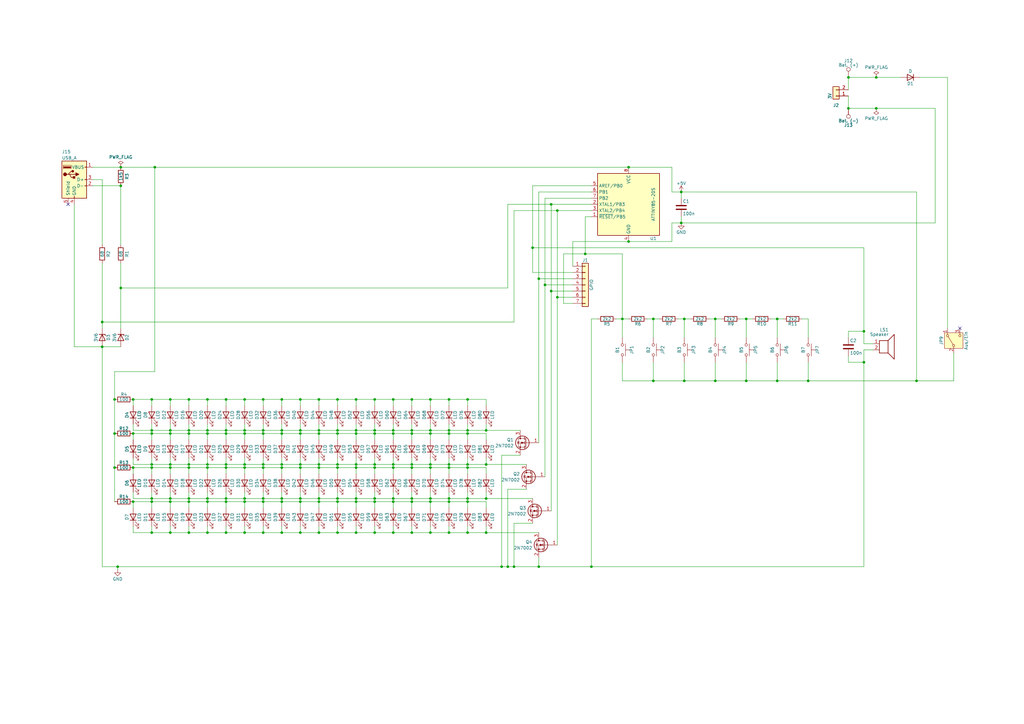
<source format=kicad_sch>
(kicad_sch (version 20231120) (generator "eeschema") (generator_version "8.0")
  (paper "A3")
  (title_block (title "ZeTeCo Badge 2017") (date "14.06.2017"))
  (junction (at 69.85 191.77))
  (junction (at 168.91 177.8))
  (junction (at 130.81 218.44))
  (junction (at 107.95 218.44))
  (junction (at 49.53 76.2))
  (junction (at 69.85 204.47))
  (junction (at 184.15 190.5))
  (junction (at 354.33 135.89))
  (junction (at 168.91 191.77))
  (junction (at 153.67 177.8))
  (junction (at 130.81 176.53))
  (junction (at 184.15 218.44))
  (junction (at 41.91 132.08))
  (junction (at 107.95 163.83))
  (junction (at 168.91 163.83))
  (junction (at 153.67 191.77))
  (junction (at 100.33 163.83))
  (junction (at 176.53 177.8))
  (junction (at 306.07 156.21))
  (junction (at 146.05 218.44))
  (junction (at 62.23 163.83))
  (junction (at 267.97 156.21))
  (junction (at 153.67 190.5))
  (junction (at 123.19 205.74))
  (junction (at 115.57 190.5))
  (junction (at 280.67 130.81))
  (junction (at 161.29 176.53))
  (junction (at 138.43 163.83))
  (junction (at 77.47 191.77))
  (junction (at 92.71 163.83))
  (junction (at 280.67 156.21))
  (junction (at 218.44 101.6))
  (junction (at 161.29 191.77))
  (junction (at 130.81 205.74))
  (junction (at 168.91 218.44))
  (junction (at 146.05 205.74))
  (junction (at 69.85 205.74))
  (junction (at 54.61 177.8))
  (junction (at 138.43 191.77))
  (junction (at 184.15 204.47))
  (junction (at 130.81 163.83))
  (junction (at 176.53 163.83))
  (junction (at 100.33 190.5))
  (junction (at 153.67 204.47))
  (junction (at 107.95 191.77))
  (junction (at 92.71 218.44))
  (junction (at 85.09 204.47))
  (junction (at 92.71 190.5))
  (junction (at 69.85 163.83))
  (junction (at 257.81 99.06))
  (junction (at 191.77 176.53))
  (junction (at 41.91 142.24))
  (junction (at 138.43 177.8))
  (junction (at 146.05 204.47))
  (junction (at 199.39 204.47))
  (junction (at 54.61 205.74))
  (junction (at 49.53 68.58))
  (junction (at 184.15 177.8))
  (junction (at 107.95 176.53))
  (junction (at 331.47 156.21))
  (junction (at 318.77 156.21))
  (junction (at 267.97 130.81))
  (junction (at 85.09 177.8))
  (junction (at 161.29 204.47))
  (junction (at 123.19 191.77))
  (junction (at 279.4 91.44))
  (junction (at 191.77 205.74))
  (junction (at 205.74 232.41))
  (junction (at 69.85 190.5))
  (junction (at 107.95 204.47))
  (junction (at 46.99 191.77))
  (junction (at 115.57 191.77))
  (junction (at 191.77 177.8))
  (junction (at 77.47 205.74))
  (junction (at 92.71 191.77))
  (junction (at 46.99 177.8))
  (junction (at 100.33 177.8))
  (junction (at 153.67 218.44))
  (junction (at 107.95 177.8))
  (junction (at 62.23 177.8))
  (junction (at 115.57 163.83))
  (junction (at 176.53 190.5))
  (junction (at 293.37 156.21))
  (junction (at 168.91 205.74))
  (junction (at 63.5 68.58))
  (junction (at 168.91 190.5))
  (junction (at 242.57 232.41))
  (junction (at 77.47 176.53))
  (junction (at 146.05 163.83))
  (junction (at 138.43 190.5))
  (junction (at 138.43 204.47))
  (junction (at 92.71 205.74))
  (junction (at 130.81 191.77))
  (junction (at 347.98 44.45))
  (junction (at 168.91 176.53))
  (junction (at 77.47 218.44))
  (junction (at 146.05 176.53))
  (junction (at 375.92 156.21))
  (junction (at 69.85 218.44))
  (junction (at 115.57 177.8))
  (junction (at 184.15 176.53))
  (junction (at 62.23 191.77))
  (junction (at 69.85 177.8))
  (junction (at 138.43 218.44))
  (junction (at 146.05 191.77))
  (junction (at 191.77 190.5))
  (junction (at 130.81 190.5))
  (junction (at 191.77 163.83))
  (junction (at 153.67 205.74))
  (junction (at 100.33 218.44))
  (junction (at 191.77 218.44))
  (junction (at 226.06 83.82))
  (junction (at 176.53 205.74))
  (junction (at 176.53 191.77))
  (junction (at 279.4 78.74))
  (junction (at 69.85 176.53))
  (junction (at 199.39 190.5))
  (junction (at 184.15 205.74))
  (junction (at 100.33 191.77))
  (junction (at 130.81 177.8))
  (junction (at 306.07 130.81))
  (junction (at 85.09 205.74))
  (junction (at 100.33 176.53))
  (junction (at 85.09 163.83))
  (junction (at 77.47 204.47))
  (junction (at 123.19 190.5))
  (junction (at 48.26 232.41))
  (junction (at 240.03 104.14))
  (junction (at 138.43 205.74))
  (junction (at 115.57 204.47))
  (junction (at 92.71 176.53))
  (junction (at 54.61 191.77))
  (junction (at 85.09 190.5))
  (junction (at 100.33 205.74))
  (junction (at 228.6 121.92))
  (junction (at 161.29 190.5))
  (junction (at 293.37 130.81))
  (junction (at 226.06 119.38))
  (junction (at 77.47 163.83))
  (junction (at 115.57 176.53))
  (junction (at 62.23 176.53))
  (junction (at 347.98 31.75))
  (junction (at 191.77 204.47))
  (junction (at 100.33 204.47))
  (junction (at 123.19 177.8))
  (junction (at 146.05 177.8))
  (junction (at 228.6 86.36))
  (junction (at 85.09 218.44))
  (junction (at 318.77 130.81))
  (junction (at 77.47 190.5))
  (junction (at 92.71 204.47))
  (junction (at 77.47 177.8))
  (junction (at 161.29 218.44))
  (junction (at 85.09 191.77))
  (junction (at 354.33 148.59))
  (junction (at 130.81 204.47))
  (junction (at 115.57 205.74))
  (junction (at 223.52 116.84))
  (junction (at 46.99 163.83))
  (junction (at 107.95 205.74))
  (junction (at 146.05 190.5))
  (junction (at 49.53 118.11))
  (junction (at 220.98 232.41))
  (junction (at 123.19 204.47))
  (junction (at 62.23 190.5))
  (junction (at 168.91 204.47))
  (junction (at 62.23 218.44))
  (junction (at 138.43 176.53))
  (junction (at 161.29 163.83))
  (junction (at 92.71 177.8))
  (junction (at 210.82 232.41))
  (junction (at 123.19 176.53))
  (junction (at 359.41 44.45))
  (junction (at 153.67 176.53))
  (junction (at 208.28 232.41))
  (junction (at 153.67 163.83))
  (junction (at 161.29 177.8))
  (junction (at 220.98 114.3))
  (junction (at 199.39 176.53))
  (junction (at 255.27 130.81))
  (junction (at 115.57 218.44))
  (junction (at 199.39 218.44))
  (junction (at 184.15 163.83))
  (junction (at 85.09 176.53))
  (junction (at 62.23 205.74))
  (junction (at 123.19 218.44))
  (junction (at 176.53 218.44))
  (junction (at 62.23 204.47))
  (junction (at 257.81 68.58))
  (junction (at 191.77 191.77))
  (junction (at 184.15 191.77))
  (junction (at 123.19 163.83))
  (junction (at 359.41 31.75))
  (junction (at 176.53 176.53))
  (junction (at 161.29 205.74))
  (junction (at 176.53 204.47))
  (junction (at 54.61 163.83))
  (junction (at 107.95 190.5))
  (no_connect (at 393.7 134.62))
  (no_connect (at 27.94 83.82))
  (wire (pts (xy 54.61 177.8) (xy 54.61 180.34)))
  (wire (pts (xy 46.99 163.83) (xy 46.99 152.4)))
  (wire (pts (xy 92.71 215.9) (xy 92.71 218.44)))
  (wire (pts (xy 146.05 194.31) (xy 146.05 191.77)))
  (wire (pts (xy 191.77 187.96) (xy 191.77 190.5)))
  (wire (pts (xy 231.14 104.14) (xy 240.03 104.14)))
  (wire (pts (xy 115.57 215.9) (xy 115.57 218.44)))
  (wire (pts (xy 100.33 176.53) (xy 107.95 176.53)))
  (wire (pts (xy 293.37 130.81) (xy 295.91 130.81)))
  (wire (pts (xy 153.67 205.74) (xy 146.05 205.74)))
  (wire (pts (xy 92.71 163.83) (xy 100.33 163.83)))
  (wire (pts (xy 138.43 187.96) (xy 138.43 190.5)))
  (wire (pts (xy 153.67 191.77) (xy 146.05 191.77)))
  (wire (pts (xy 115.57 205.74) (xy 107.95 205.74)))
  (wire (pts (xy 220.98 78.74) (xy 242.57 78.74)))
  (wire (pts (xy 100.33 194.31) (xy 100.33 191.77)))
  (wire (pts (xy 62.23 187.96) (xy 62.23 190.5)))
  (wire (pts (xy 184.15 176.53) (xy 191.77 176.53)))
  (wire (pts (xy 69.85 177.8) (xy 62.23 177.8)))
  (wire (pts (xy 176.53 205.74) (xy 168.91 205.74)))
  (wire (pts (xy 115.57 166.37) (xy 115.57 163.83)))
  (wire (pts (xy 92.71 190.5) (xy 100.33 190.5)))
  (wire (pts (xy 69.85 205.74) (xy 62.23 205.74)))
  (wire (pts (xy 306.07 156.21) (xy 318.77 156.21)))
  (wire (pts (xy 100.33 187.96) (xy 100.33 190.5)))
  (wire (pts (xy 168.91 205.74) (xy 161.29 205.74)))
  (wire (pts (xy 220.98 114.3) (xy 220.98 78.74)))
  (wire (pts (xy 123.19 190.5) (xy 130.81 190.5)))
  (wire (pts (xy 85.09 194.31) (xy 85.09 191.77)))
  (wire (pts (xy 290.83 130.81) (xy 293.37 130.81)))
  (wire (pts (xy 49.53 107.95) (xy 49.53 118.11)))
  (wire (pts (xy 49.53 134.62) (xy 49.53 118.11)))
  (wire (pts (xy 240.03 88.9) (xy 240.03 104.14)))
  (wire (pts (xy 54.61 218.44) (xy 62.23 218.44)))
  (wire (pts (xy 41.91 134.62) (xy 41.91 132.08)))
  (wire (pts (xy 191.77 201.93) (xy 191.77 204.47)))
  (wire (pts (xy 85.09 205.74) (xy 77.47 205.74)))
  (wire (pts (xy 234.95 114.3) (xy 220.98 114.3)))
  (wire (pts (xy 138.43 176.53) (xy 146.05 176.53)))
  (wire (pts (xy 115.57 187.96) (xy 115.57 190.5)))
  (wire (pts (xy 107.95 163.83) (xy 115.57 163.83)))
  (wire (pts (xy 92.71 166.37) (xy 92.71 163.83)))
  (wire (pts (xy 77.47 218.44) (xy 85.09 218.44)))
  (wire (pts (xy 138.43 190.5) (xy 146.05 190.5)))
  (wire (pts (xy 208.28 232.41) (xy 205.74 232.41)))
  (wire (pts (xy 210.82 132.08) (xy 210.82 86.36)))
  (wire (pts (xy 85.09 180.34) (xy 85.09 177.8)))
  (wire (pts (xy 168.91 194.31) (xy 168.91 191.77)))
  (wire (pts (xy 100.33 180.34) (xy 100.33 177.8)))
  (wire (pts (xy 100.33 190.5) (xy 107.95 190.5)))
  (wire (pts (xy 85.09 201.93) (xy 85.09 204.47)))
  (wire (pts (xy 77.47 194.31) (xy 77.47 191.77)))
  (wire (pts (xy 92.71 176.53) (xy 100.33 176.53)))
  (wire (pts (xy 168.91 187.96) (xy 168.91 190.5)))
  (wire (pts (xy 347.98 31.75) (xy 347.98 36.83)))
  (wire (pts (xy 223.52 116.84) (xy 223.52 195.58)))
  (wire (pts (xy 100.33 218.44) (xy 107.95 218.44)))
  (wire (pts (xy 146.05 205.74) (xy 138.43 205.74)))
  (wire (pts (xy 130.81 187.96) (xy 130.81 190.5)))
  (wire (pts (xy 85.09 163.83) (xy 92.71 163.83)))
  (wire (pts (xy 318.77 148.59) (xy 318.77 156.21)))
  (wire (pts (xy 255.27 156.21) (xy 267.97 156.21)))
  (wire (pts (xy 161.29 187.96) (xy 161.29 190.5)))
  (wire (pts (xy 107.95 176.53) (xy 115.57 176.53)))
  (wire (pts (xy 199.39 204.47) (xy 199.39 201.93)))
  (wire (pts (xy 255.27 148.59) (xy 255.27 156.21)))
  (wire (pts (xy 242.57 232.41) (xy 220.98 232.41)))
  (wire (pts (xy 107.95 177.8) (xy 100.33 177.8)))
  (wire (pts (xy 213.36 186.69) (xy 205.74 186.69)))
  (wire (pts (xy 130.81 163.83) (xy 138.43 163.83)))
  (wire (pts (xy 234.95 124.46) (xy 231.14 124.46)))
  (wire (pts (xy 123.19 176.53) (xy 130.81 176.53)))
  (wire (pts (xy 30.48 83.82) (xy 30.48 142.24)))
  (wire (pts (xy 161.29 190.5) (xy 168.91 190.5)))
  (wire (pts (xy 85.09 166.37) (xy 85.09 163.83)))
  (wire (pts (xy 130.81 205.74) (xy 123.19 205.74)))
  (wire (pts (xy 54.61 163.83) (xy 54.61 166.37)))
  (wire (pts (xy 354.33 101.6) (xy 354.33 135.89)))
  (wire (pts (xy 115.57 163.83) (xy 123.19 163.83)))
  (wire (pts (xy 278.13 130.81) (xy 280.67 130.81)))
  (wire (pts (xy 100.33 166.37) (xy 100.33 163.83)))
  (wire (pts (xy 41.91 132.08) (xy 210.82 132.08)))
  (wire (pts (xy 123.19 218.44) (xy 130.81 218.44)))
  (wire (pts (xy 280.67 156.21) (xy 293.37 156.21)))
  (wire (pts (xy 168.91 163.83) (xy 176.53 163.83)))
  (wire (pts (xy 115.57 190.5) (xy 123.19 190.5)))
  (wire (pts (xy 293.37 130.81) (xy 293.37 138.43)))
  (wire (pts (xy 77.47 177.8) (xy 69.85 177.8)))
  (wire (pts (xy 130.81 204.47) (xy 138.43 204.47)))
  (wire (pts (xy 161.29 218.44) (xy 168.91 218.44)))
  (wire (pts (xy 168.91 176.53) (xy 176.53 176.53)))
  (wire (pts (xy 168.91 177.8) (xy 161.29 177.8)))
  (wire (pts (xy 161.29 194.31) (xy 161.29 191.77)))
  (wire (pts (xy 123.19 173.99) (xy 123.19 176.53)))
  (wire (pts (xy 130.81 208.28) (xy 130.81 205.74)))
  (wire (pts (xy 92.71 218.44) (xy 100.33 218.44)))
  (wire (pts (xy 69.85 201.93) (xy 69.85 204.47)))
  (wire (pts (xy 62.23 163.83) (xy 69.85 163.83)))
  (wire (pts (xy 153.67 166.37) (xy 153.67 163.83)))
  (wire (pts (xy 115.57 201.93) (xy 115.57 204.47)))
  (wire (pts (xy 130.81 201.93) (xy 130.81 204.47)))
  (wire (pts (xy 107.95 191.77) (xy 100.33 191.77)))
  (wire (pts (xy 130.81 177.8) (xy 123.19 177.8)))
  (wire (pts (xy 92.71 194.31) (xy 92.71 191.77)))
  (wire (pts (xy 100.33 204.47) (xy 107.95 204.47)))
  (wire (pts (xy 234.95 119.38) (xy 226.06 119.38)))
  (wire (pts (xy 85.09 208.28) (xy 85.09 205.74)))
  (wire (pts (xy 92.71 191.77) (xy 85.09 191.77)))
  (wire (pts (xy 168.91 166.37) (xy 168.91 163.83)))
  (wire (pts (xy 123.19 166.37) (xy 123.19 163.83)))
  (wire (pts (xy 107.95 173.99) (xy 107.95 176.53)))
  (wire (pts (xy 375.92 156.21) (xy 391.16 156.21)))
  (wire (pts (xy 176.53 180.34) (xy 176.53 177.8)))
  (wire (pts (xy 146.05 166.37) (xy 146.05 163.83)))
  (wire (pts (xy 257.81 99.06) (xy 275.59 99.06)))
  (wire (pts (xy 77.47 173.99) (xy 77.47 176.53)))
  (wire (pts (xy 85.09 173.99) (xy 85.09 176.53)))
  (wire (pts (xy 146.05 180.34) (xy 146.05 177.8)))
  (wire (pts (xy 107.95 201.93) (xy 107.95 204.47)))
  (wire (pts (xy 49.53 68.58) (xy 38.1 68.58)))
  (wire (pts (xy 107.95 215.9) (xy 107.95 218.44)))
  (wire (pts (xy 231.14 124.46) (xy 231.14 104.14)))
  (wire (pts (xy 161.29 215.9) (xy 161.29 218.44)))
  (wire (pts (xy 252.73 130.81) (xy 255.27 130.81)))
  (wire (pts (xy 69.85 176.53) (xy 77.47 176.53)))
  (wire (pts (xy 226.06 83.82) (xy 226.06 119.38)))
  (wire (pts (xy 62.23 218.44) (xy 69.85 218.44)))
  (wire (pts (xy 168.91 180.34) (xy 168.91 177.8)))
  (wire (pts (xy 176.53 208.28) (xy 176.53 205.74)))
  (wire (pts (xy 383.54 44.45) (xy 383.54 91.44)))
  (wire (pts (xy 184.15 190.5) (xy 191.77 190.5)))
  (wire (pts (xy 184.15 201.93) (xy 184.15 204.47)))
  (wire (pts (xy 69.85 173.99) (xy 69.85 176.53)))
  (wire (pts (xy 218.44 101.6) (xy 218.44 111.76)))
  (wire (pts (xy 123.19 194.31) (xy 123.19 191.77)))
  (wire (pts (xy 153.67 190.5) (xy 161.29 190.5)))
  (wire (pts (xy 130.81 191.77) (xy 123.19 191.77)))
  (wire (pts (xy 228.6 86.36) (xy 242.57 86.36)))
  (wire (pts (xy 130.81 215.9) (xy 130.81 218.44)))
  (wire (pts (xy 85.09 218.44) (xy 92.71 218.44)))
  (wire (pts (xy 130.81 190.5) (xy 138.43 190.5)))
  (wire (pts (xy 331.47 156.21) (xy 375.92 156.21)))
  (wire (pts (xy 275.59 78.74) (xy 279.4 78.74)))
  (wire (pts (xy 41.91 73.66) (xy 41.91 100.33)))
  (wire (pts (xy 62.23 177.8) (xy 54.61 177.8)))
  (wire (pts (xy 199.39 176.53) (xy 213.36 176.53)))
  (wire (pts (xy 245.11 130.81) (xy 242.57 130.81)))
  (wire (pts (xy 153.67 201.93) (xy 153.67 204.47)))
  (wire (pts (xy 176.53 177.8) (xy 168.91 177.8)))
  (wire (pts (xy 359.41 44.45) (xy 383.54 44.45)))
  (wire (pts (xy 226.06 119.38) (xy 226.06 209.55)))
  (wire (pts (xy 62.23 191.77) (xy 54.61 191.77)))
  (wire (pts (xy 115.57 218.44) (xy 123.19 218.44)))
  (wire (pts (xy 77.47 190.5) (xy 85.09 190.5)))
  (wire (pts (xy 138.43 201.93) (xy 138.43 204.47)))
  (wire (pts (xy 354.33 232.41) (xy 354.33 148.59)))
  (wire (pts (xy 318.77 130.81) (xy 321.31 130.81)))
  (wire (pts (xy 210.82 86.36) (xy 228.6 86.36)))
  (wire (pts (xy 107.95 166.37) (xy 107.95 163.83)))
  (wire (pts (xy 77.47 166.37) (xy 77.47 163.83)))
  (wire (pts (xy 279.4 78.74) (xy 375.92 78.74)))
  (wire (pts (xy 69.85 191.77) (xy 62.23 191.77)))
  (wire (pts (xy 242.57 130.81) (xy 242.57 232.41)))
  (wire (pts (xy 115.57 177.8) (xy 107.95 177.8)))
  (wire (pts (xy 279.4 91.44) (xy 275.59 91.44)))
  (wire (pts (xy 331.47 130.81) (xy 328.93 130.81)))
  (wire (pts (xy 146.05 218.44) (xy 153.67 218.44)))
  (wire (pts (xy 69.85 208.28) (xy 69.85 205.74)))
  (wire (pts (xy 228.6 86.36) (xy 228.6 121.92)))
  (wire (pts (xy 146.05 208.28) (xy 146.05 205.74)))
  (wire (pts (xy 354.33 148.59) (xy 354.33 143.51)))
  (wire (pts (xy 77.47 180.34) (xy 77.47 177.8)))
  (wire (pts (xy 161.29 191.77) (xy 153.67 191.77)))
  (wire (pts (xy 100.33 163.83) (xy 107.95 163.83)))
  (wire (pts (xy 347.98 138.43) (xy 347.98 135.89)))
  (wire (pts (xy 184.15 194.31) (xy 184.15 191.77)))
  (wire (pts (xy 176.53 218.44) (xy 184.15 218.44)))
  (wire (pts (xy 199.39 176.53) (xy 199.39 173.99)))
  (wire (pts (xy 257.81 68.58) (xy 63.5 68.58)))
  (wire (pts (xy 199.39 218.44) (xy 199.39 215.9)))
  (wire (pts (xy 279.4 78.74) (xy 279.4 81.28)))
  (wire (pts (xy 115.57 194.31) (xy 115.57 191.77)))
  (wire (pts (xy 62.23 205.74) (xy 54.61 205.74)))
  (wire (pts (xy 161.29 166.37) (xy 161.29 163.83)))
  (wire (pts (xy 48.26 232.41) (xy 41.91 232.41)))
  (wire (pts (xy 92.71 177.8) (xy 85.09 177.8)))
  (wire (pts (xy 199.39 204.47) (xy 218.44 204.47)))
  (wire (pts (xy 69.85 180.34) (xy 69.85 177.8)))
  (wire (pts (xy 146.05 163.83) (xy 153.67 163.83)))
  (wire (pts (xy 199.39 177.8) (xy 191.77 177.8)))
  (wire (pts (xy 77.47 187.96) (xy 77.47 190.5)))
  (wire (pts (xy 46.99 177.8) (xy 46.99 163.83)))
  (wire (pts (xy 138.43 205.74) (xy 130.81 205.74)))
  (wire (pts (xy 69.85 215.9) (xy 69.85 218.44)))
  (wire (pts (xy 191.77 194.31) (xy 191.77 191.77)))
  (wire (pts (xy 210.82 232.41) (xy 208.28 232.41)))
  (wire (pts (xy 375.92 78.74) (xy 375.92 156.21)))
  (wire (pts (xy 115.57 176.53) (xy 123.19 176.53)))
  (wire (pts (xy 191.77 215.9) (xy 191.77 218.44)))
  (wire (pts (xy 62.23 173.99) (xy 62.23 176.53)))
  (wire (pts (xy 146.05 204.47) (xy 153.67 204.47)))
  (wire (pts (xy 100.33 177.8) (xy 92.71 177.8)))
  (wire (pts (xy 265.43 130.81) (xy 267.97 130.81)))
  (wire (pts (xy 275.59 99.06) (xy 275.59 91.44)))
  (wire (pts (xy 153.67 180.34) (xy 153.67 177.8)))
  (wire (pts (xy 176.53 187.96) (xy 176.53 190.5)))
  (wire (pts (xy 280.67 148.59) (xy 280.67 156.21)))
  (wire (pts (xy 347.98 31.75) (xy 359.41 31.75)))
  (wire (pts (xy 347.98 135.89) (xy 354.33 135.89)))
  (wire (pts (xy 49.53 76.2) (xy 49.53 100.33)))
  (wire (pts (xy 293.37 148.59) (xy 293.37 156.21)))
  (wire (pts (xy 347.98 148.59) (xy 354.33 148.59)))
  (wire (pts (xy 388.62 31.75) (xy 388.62 134.62)))
  (wire (pts (xy 234.95 116.84) (xy 223.52 116.84)))
  (wire (pts (xy 77.47 204.47) (xy 85.09 204.47)))
  (wire (pts (xy 275.59 68.58) (xy 257.81 68.58)))
  (wire (pts (xy 92.71 204.47) (xy 100.33 204.47)))
  (wire (pts (xy 191.77 208.28) (xy 191.77 205.74)))
  (wire (pts (xy 184.15 215.9) (xy 184.15 218.44)))
  (wire (pts (xy 153.67 204.47) (xy 161.29 204.47)))
  (wire (pts (xy 176.53 204.47) (xy 184.15 204.47)))
  (wire (pts (xy 218.44 101.6) (xy 354.33 101.6)))
  (wire (pts (xy 168.91 218.44) (xy 176.53 218.44)))
  (wire (pts (xy 138.43 177.8) (xy 130.81 177.8)))
  (wire (pts (xy 85.09 187.96) (xy 85.09 190.5)))
  (wire (pts (xy 161.29 208.28) (xy 161.29 205.74)))
  (wire (pts (xy 77.47 205.74) (xy 69.85 205.74)))
  (wire (pts (xy 54.61 163.83) (xy 62.23 163.83)))
  (wire (pts (xy 85.09 190.5) (xy 92.71 190.5)))
  (wire (pts (xy 255.27 130.81) (xy 255.27 138.43)))
  (wire (pts (xy 92.71 173.99) (xy 92.71 176.53)))
  (wire (pts (xy 115.57 180.34) (xy 115.57 177.8)))
  (wire (pts (xy 226.06 83.82) (xy 242.57 83.82)))
  (wire (pts (xy 255.27 104.14) (xy 255.27 130.81)))
  (wire (pts (xy 107.95 187.96) (xy 107.95 190.5)))
  (wire (pts (xy 208.28 83.82) (xy 226.06 83.82)))
  (wire (pts (xy 107.95 218.44) (xy 115.57 218.44)))
  (wire (pts (xy 176.53 215.9) (xy 176.53 218.44)))
  (wire (pts (xy 69.85 194.31) (xy 69.85 191.77)))
  (wire (pts (xy 218.44 111.76) (xy 234.95 111.76)))
  (wire (pts (xy 153.67 194.31) (xy 153.67 191.77)))
  (wire (pts (xy 199.39 177.8) (xy 199.39 180.34)))
  (wire (pts (xy 223.52 81.28) (xy 223.52 116.84)))
  (wire (pts (xy 100.33 201.93) (xy 100.33 204.47)))
  (wire (pts (xy 191.77 205.74) (xy 184.15 205.74)))
  (wire (pts (xy 255.27 130.81) (xy 257.81 130.81)))
  (wire (pts (xy 62.23 180.34) (xy 62.23 177.8)))
  (wire (pts (xy 54.61 204.47) (xy 62.23 204.47)))
  (wire (pts (xy 62.23 215.9) (xy 62.23 218.44)))
  (wire (pts (xy 115.57 191.77) (xy 107.95 191.77)))
  (wire (pts (xy 138.43 215.9) (xy 138.43 218.44)))
  (wire (pts (xy 153.67 173.99) (xy 153.67 176.53)))
  (wire (pts (xy 107.95 190.5) (xy 115.57 190.5)))
  (wire (pts (xy 115.57 204.47) (xy 123.19 204.47)))
  (wire (pts (xy 138.43 191.77) (xy 130.81 191.77)))
  (wire (pts (xy 69.85 204.47) (xy 77.47 204.47)))
  (wire (pts (xy 146.05 176.53) (xy 153.67 176.53)))
  (wire (pts (xy 267.97 148.59) (xy 267.97 156.21)))
  (wire (pts (xy 62.23 190.5) (xy 69.85 190.5)))
  (wire (pts (xy 123.19 163.83) (xy 130.81 163.83)))
  (wire (pts (xy 218.44 214.63) (xy 210.82 214.63)))
  (wire (pts (xy 176.53 190.5) (xy 184.15 190.5)))
  (wire (pts (xy 208.28 118.11) (xy 208.28 83.82)))
  (wire (pts (xy 138.43 218.44) (xy 146.05 218.44)))
  (wire (pts (xy 275.59 78.74) (xy 275.59 68.58)))
  (wire (pts (xy 168.91 190.5) (xy 176.53 190.5)))
  (wire (pts (xy 123.19 204.47) (xy 130.81 204.47)))
  (wire (pts (xy 138.43 163.83) (xy 146.05 163.83)))
  (wire (pts (xy 130.81 176.53) (xy 138.43 176.53)))
  (wire (pts (xy 331.47 130.81) (xy 331.47 138.43)))
  (wire (pts (xy 92.71 180.34) (xy 92.71 177.8)))
  (wire (pts (xy 115.57 173.99) (xy 115.57 176.53)))
  (wire (pts (xy 138.43 204.47) (xy 146.05 204.47)))
  (wire (pts (xy 69.85 190.5) (xy 77.47 190.5)))
  (wire (pts (xy 191.77 176.53) (xy 199.39 176.53)))
  (wire (pts (xy 62.23 201.93) (xy 62.23 204.47)))
  (wire (pts (xy 199.39 218.44) (xy 220.98 218.44)))
  (wire (pts (xy 359.41 31.75) (xy 369.57 31.75)))
  (wire (pts (xy 62.23 204.47) (xy 69.85 204.47)))
  (wire (pts (xy 199.39 191.77) (xy 191.77 191.77)))
  (wire (pts (xy 306.07 148.59) (xy 306.07 156.21)))
  (wire (pts (xy 191.77 218.44) (xy 199.39 218.44)))
  (wire (pts (xy 146.05 215.9) (xy 146.05 218.44)))
  (wire (pts (xy 191.77 191.77) (xy 184.15 191.77)))
  (wire (pts (xy 220.98 228.6) (xy 220.98 232.41)))
  (wire (pts (xy 191.77 173.99) (xy 191.77 176.53)))
  (wire (pts (xy 62.23 194.31) (xy 62.23 191.77)))
  (wire (pts (xy 130.81 166.37) (xy 130.81 163.83)))
  (wire (pts (xy 123.19 191.77) (xy 115.57 191.77)))
  (wire (pts (xy 199.39 205.74) (xy 199.39 208.28)))
  (wire (pts (xy 184.15 205.74) (xy 176.53 205.74)))
  (wire (pts (xy 306.07 130.81) (xy 308.61 130.81)))
  (wire (pts (xy 184.15 204.47) (xy 191.77 204.47)))
  (wire (pts (xy 153.67 215.9) (xy 153.67 218.44)))
  (wire (pts (xy 146.05 177.8) (xy 138.43 177.8)))
  (wire (pts (xy 153.67 218.44) (xy 161.29 218.44)))
  (wire (pts (xy 123.19 201.93) (xy 123.19 204.47)))
  (wire (pts (xy 184.15 173.99) (xy 184.15 176.53)))
  (wire (pts (xy 161.29 205.74) (xy 153.67 205.74)))
  (wire (pts (xy 161.29 180.34) (xy 161.29 177.8)))
  (wire (pts (xy 138.43 194.31) (xy 138.43 191.77)))
  (wire (pts (xy 85.09 176.53) (xy 92.71 176.53)))
  (wire (pts (xy 130.81 180.34) (xy 130.81 177.8)))
  (wire (pts (xy 176.53 166.37) (xy 176.53 163.83)))
  (wire (pts (xy 168.91 173.99) (xy 168.91 176.53)))
  (wire (pts (xy 107.95 194.31) (xy 107.95 191.77)))
  (wire (pts (xy 318.77 130.81) (xy 318.77 138.43)))
  (wire (pts (xy 293.37 156.21) (xy 306.07 156.21)))
  (wire (pts (xy 54.61 176.53) (xy 62.23 176.53)))
  (wire (pts (xy 146.05 190.5) (xy 153.67 190.5)))
  (wire (pts (xy 168.91 191.77) (xy 161.29 191.77)))
  (wire (pts (xy 115.57 208.28) (xy 115.57 205.74)))
  (wire (pts (xy 210.82 214.63) (xy 210.82 232.41)))
  (wire (pts (xy 54.61 218.44) (xy 54.61 215.9)))
  (wire (pts (xy 100.33 191.77) (xy 92.71 191.77)))
  (wire (pts (xy 228.6 121.92) (xy 228.6 223.52)))
  (wire (pts (xy 69.85 187.96) (xy 69.85 190.5)))
  (wire (pts (xy 46.99 152.4) (xy 63.5 152.4)))
  (wire (pts (xy 184.15 177.8) (xy 176.53 177.8)))
  (wire (pts (xy 176.53 201.93) (xy 176.53 204.47)))
  (wire (pts (xy 107.95 208.28) (xy 107.95 205.74)))
  (wire (pts (xy 46.99 191.77) (xy 46.99 177.8)))
  (wire (pts (xy 184.15 180.34) (xy 184.15 177.8)))
  (wire (pts (xy 69.85 218.44) (xy 77.47 218.44)))
  (wire (pts (xy 41.91 142.24) (xy 41.91 232.41)))
  (wire (pts (xy 354.33 143.51) (xy 358.14 143.51)))
  (wire (pts (xy 184.15 218.44) (xy 191.77 218.44)))
  (wire (pts (xy 123.19 180.34) (xy 123.19 177.8)))
  (wire (pts (xy 205.74 186.69) (xy 205.74 232.41)))
  (wire (pts (xy 62.23 176.53) (xy 69.85 176.53)))
  (wire (pts (xy 146.05 201.93) (xy 146.05 204.47)))
  (wire (pts (xy 316.23 130.81) (xy 318.77 130.81)))
  (wire (pts (xy 176.53 173.99) (xy 176.53 176.53)))
  (wire (pts (xy 191.77 190.5) (xy 199.39 190.5)))
  (wire (pts (xy 242.57 88.9) (xy 240.03 88.9)))
  (wire (pts (xy 107.95 205.74) (xy 100.33 205.74)))
  (wire (pts (xy 161.29 177.8) (xy 153.67 177.8)))
  (wire (pts (xy 391.16 144.78) (xy 391.16 156.21)))
  (wire (pts (xy 100.33 173.99) (xy 100.33 176.53)))
  (wire (pts (xy 130.81 194.31) (xy 130.81 191.77)))
  (wire (pts (xy 168.91 204.47) (xy 176.53 204.47)))
  (wire (pts (xy 191.77 180.34) (xy 191.77 177.8)))
  (wire (pts (xy 85.09 177.8) (xy 77.47 177.8)))
  (wire (pts (xy 92.71 187.96) (xy 92.71 190.5)))
  (wire (pts (xy 208.28 200.66) (xy 208.28 232.41)))
  (wire (pts (xy 184.15 208.28) (xy 184.15 205.74)))
  (wire (pts (xy 153.67 163.83) (xy 161.29 163.83)))
  (wire (pts (xy 280.67 130.81) (xy 283.21 130.81)))
  (wire (pts (xy 161.29 163.83) (xy 168.91 163.83)))
  (wire (pts (xy 184.15 187.96) (xy 184.15 190.5)))
  (wire (pts (xy 184.15 166.37) (xy 184.15 163.83)))
  (wire (pts (xy 199.39 190.5) (xy 199.39 187.96)))
  (wire (pts (xy 77.47 208.28) (xy 77.47 205.74)))
  (wire (pts (xy 199.39 191.77) (xy 199.39 194.31)))
  (wire (pts (xy 138.43 208.28) (xy 138.43 205.74)))
  (wire (pts (xy 38.1 76.2) (xy 49.53 76.2)))
  (wire (pts (xy 85.09 215.9) (xy 85.09 218.44)))
  (wire (pts (xy 176.53 163.83) (xy 184.15 163.83)))
  (wire (pts (xy 146.05 187.96) (xy 146.05 190.5)))
  (wire (pts (xy 267.97 130.81) (xy 270.51 130.81)))
  (wire (pts (xy 49.53 68.58) (xy 63.5 68.58)))
  (wire (pts (xy 279.4 91.44) (xy 383.54 91.44)))
  (wire (pts (xy 205.74 232.41) (xy 48.26 232.41)))
  (wire (pts (xy 347.98 44.45) (xy 347.98 39.37)))
  (wire (pts (xy 161.29 204.47) (xy 168.91 204.47)))
  (wire (pts (xy 280.67 130.81) (xy 280.67 138.43)))
  (wire (pts (xy 54.61 173.99) (xy 54.61 176.53)))
  (wire (pts (xy 138.43 173.99) (xy 138.43 176.53)))
  (wire (pts (xy 85.09 204.47) (xy 92.71 204.47)))
  (wire (pts (xy 77.47 176.53) (xy 85.09 176.53)))
  (wire (pts (xy 267.97 156.21) (xy 280.67 156.21)))
  (wire (pts (xy 184.15 191.77) (xy 176.53 191.77)))
  (wire (pts (xy 123.19 208.28) (xy 123.19 205.74)))
  (wire (pts (xy 240.03 104.14) (xy 255.27 104.14)))
  (wire (pts (xy 153.67 187.96) (xy 153.67 190.5)))
  (wire (pts (xy 354.33 135.89) (xy 354.33 140.97)))
  (wire (pts (xy 279.4 88.9) (xy 279.4 91.44)))
  (wire (pts (xy 138.43 180.34) (xy 138.43 177.8)))
  (wire (pts (xy 41.91 142.24) (xy 49.53 142.24)))
  (wire (pts (xy 85.09 191.77) (xy 77.47 191.77)))
  (wire (pts (xy 77.47 201.93) (xy 77.47 204.47)))
  (wire (pts (xy 242.57 232.41) (xy 354.33 232.41)))
  (wire (pts (xy 54.61 205.74) (xy 54.61 208.28)))
  (wire (pts (xy 199.39 190.5) (xy 215.9 190.5)))
  (wire (pts (xy 218.44 76.2) (xy 242.57 76.2)))
  (wire (pts (xy 220.98 232.41) (xy 210.82 232.41)))
  (wire (pts (xy 46.99 205.74) (xy 46.99 191.77)))
  (wire (pts (xy 123.19 187.96) (xy 123.19 190.5)))
  (wire (pts (xy 107.95 180.34) (xy 107.95 177.8)))
  (wire (pts (xy 69.85 163.83) (xy 77.47 163.83)))
  (wire (pts (xy 161.29 176.53) (xy 168.91 176.53)))
  (wire (pts (xy 146.05 191.77) (xy 138.43 191.77)))
  (wire (pts (xy 48.26 232.41) (xy 48.26 233.68)))
  (wire (pts (xy 153.67 177.8) (xy 146.05 177.8)))
  (wire (pts (xy 347.98 44.45) (xy 359.41 44.45)))
  (wire (pts (xy 107.95 204.47) (xy 115.57 204.47)))
  (wire (pts (xy 100.33 215.9) (xy 100.33 218.44)))
  (wire (pts (xy 41.91 73.66) (xy 38.1 73.66)))
  (wire (pts (xy 62.23 166.37) (xy 62.23 163.83)))
  (wire (pts (xy 77.47 191.77) (xy 69.85 191.77)))
  (wire (pts (xy 318.77 156.21) (xy 331.47 156.21)))
  (wire (pts (xy 168.91 201.93) (xy 168.91 204.47)))
  (wire (pts (xy 100.33 208.28) (xy 100.33 205.74)))
  (wire (pts (xy 306.07 130.81) (xy 306.07 138.43)))
  (wire (pts (xy 54.61 190.5) (xy 62.23 190.5)))
  (wire (pts (xy 176.53 194.31) (xy 176.53 191.77)))
  (wire (pts (xy 63.5 152.4) (xy 63.5 68.58)))
  (wire (pts (xy 377.19 31.75) (xy 388.62 31.75)))
  (wire (pts (xy 191.77 177.8) (xy 184.15 177.8)))
  (wire (pts (xy 191.77 163.83) (xy 199.39 163.83)))
  (wire (pts (xy 168.91 215.9) (xy 168.91 218.44)))
  (wire (pts (xy 191.77 166.37) (xy 191.77 163.83)))
  (wire (pts (xy 199.39 163.83) (xy 199.39 166.37)))
  (wire (pts (xy 92.71 201.93) (xy 92.71 204.47)))
  (wire (pts (xy 303.53 130.81) (xy 306.07 130.81)))
  (wire (pts (xy 234.95 121.92) (xy 228.6 121.92)))
  (wire (pts (xy 130.81 173.99) (xy 130.81 176.53)))
  (wire (pts (xy 354.33 140.97) (xy 358.14 140.97)))
  (wire (pts (xy 208.28 118.11) (xy 49.53 118.11)))
  (wire (pts (xy 92.71 208.28) (xy 92.71 205.74)))
  (wire (pts (xy 130.81 218.44) (xy 138.43 218.44)))
  (wire (pts (xy 234.95 109.22) (xy 234.95 99.06)))
  (wire (pts (xy 153.67 176.53) (xy 161.29 176.53)))
  (wire (pts (xy 62.23 208.28) (xy 62.23 205.74)))
  (wire (pts (xy 176.53 176.53) (xy 184.15 176.53)))
  (wire (pts (xy 100.33 205.74) (xy 92.71 205.74)))
  (wire (pts (xy 199.39 205.74) (xy 191.77 205.74)))
  (wire (pts (xy 223.52 81.28) (xy 242.57 81.28)))
  (wire (pts (xy 267.97 130.81) (xy 267.97 138.43)))
  (wire (pts (xy 54.61 187.96) (xy 54.61 190.5)))
  (wire (pts (xy 69.85 166.37) (xy 69.85 163.83)))
  (wire (pts (xy 176.53 191.77) (xy 168.91 191.77)))
  (wire (pts (xy 92.71 205.74) (xy 85.09 205.74)))
  (wire (pts (xy 77.47 215.9) (xy 77.47 218.44)))
  (wire (pts (xy 168.91 208.28) (xy 168.91 205.74)))
  (wire (pts (xy 331.47 148.59) (xy 331.47 156.21)))
  (wire (pts (xy 161.29 201.93) (xy 161.29 204.47)))
  (wire (pts (xy 41.91 107.95) (xy 41.91 132.08)))
  (wire (pts (xy 234.95 99.06) (xy 257.81 99.06)))
  (wire (pts (xy 215.9 200.66) (xy 208.28 200.66)))
  (wire (pts (xy 220.98 114.3) (xy 220.98 181.61)))
  (wire (pts (xy 123.19 215.9) (xy 123.19 218.44)))
  (wire (pts (xy 184.15 163.83) (xy 191.77 163.83)))
  (wire (pts (xy 123.19 205.74) (xy 115.57 205.74)))
  (wire (pts (xy 146.05 173.99) (xy 146.05 176.53)))
  (wire (pts (xy 191.77 204.47) (xy 199.39 204.47)))
  (wire (pts (xy 218.44 76.2) (xy 218.44 101.6)))
  (wire (pts (xy 138.43 166.37) (xy 138.43 163.83)))
  (wire (pts (xy 347.98 146.05) (xy 347.98 148.59)))
  (wire (pts (xy 30.48 142.24) (xy 41.91 142.24)))
  (wire (pts (xy 123.19 177.8) (xy 115.57 177.8)))
  (wire (pts (xy 161.29 173.99) (xy 161.29 176.53)))
  (wire (pts (xy 153.67 208.28) (xy 153.67 205.74)))
  (wire (pts (xy 54.61 201.93) (xy 54.61 204.47)))
  (wire (pts (xy 54.61 191.77) (xy 54.61 194.31)))
  (wire (pts (xy 77.47 163.83) (xy 85.09 163.83)))
  (symbol (lib_id "MCU_Microchip_ATtiny:ATtiny85-20S") (at 257.81 83.82 0) (mirror y) (unit 1)
    (property "Reference" "U1" (at 267.97 97.79 0))
    (property "Value" "ATTINY85-20S" (at 267.97 83.82 90))
    (property "Footprint" "Package_SO:SOIC-8W_5.3x5.3mm_P1.27mm" (effects (hide yes)))
    (property "Datasheet" "http://ww1.microchip.com/downloads/en/DeviceDoc/atmel-2586-avr-8-bit-microcontroller-attiny25-attiny45-attiny85_datasheet.pdf" (effects (hide yes)))
    (property "Description" "20MHz, 8kB Flash, 512B SRAM, 512B EEPROM, debugWIRE, SOIC-8W" (effects (hide yes)))
  )
  (symbol (lib_id "power:GND") (at 48.26 233.68 0) (unit 1)
    (property "Reference" "#PWR01" (effects (hide yes)))
    (property "Value" "GND" (at 48.26 237.49 0))
    (property "Description" "Power symbol creates a global label with name \"GND\" , ground" (effects (hide yes)))
  )
  (symbol (lib_id "Switch:SW_Push") (at 267.97 143.51 270) (unit 1)
    (property "Reference" "JP2" (at 271.78 143.51 0))
    (property "Value" "B2" (at 265.938 143.51 0))
    (property "Footprint" "Button_Switch_SMD:SW_SPST_TL3342" (effects (hide yes)))
    (property "Description" "Push button switch, generic, two pins" (effects (hide yes)))
  )
  (symbol (lib_id "Switch:SW_Push") (at 280.67 143.51 270) (unit 1)
    (property "Reference" "JP3" (at 284.48 143.51 0))
    (property "Value" "B3" (at 278.638 143.51 0))
    (property "Footprint" "Button_Switch_SMD:SW_SPST_TL3342" (effects (hide yes)))
    (property "Description" "Push button switch, generic, two pins" (effects (hide yes)))
  )
  (symbol (lib_id "Switch:SW_Push") (at 293.37 143.51 270) (unit 1)
    (property "Reference" "JP4" (at 297.18 143.51 0))
    (property "Value" "B4" (at 291.338 143.51 0))
    (property "Footprint" "Button_Switch_SMD:SW_SPST_TL3342" (effects (hide yes)))
    (property "Description" "Push button switch, generic, two pins" (effects (hide yes)))
  )
  (symbol (lib_id "Switch:SW_Push") (at 306.07 143.51 270) (unit 1)
    (property "Reference" "JP5" (at 309.88 143.51 0))
    (property "Value" "B5" (at 304.038 143.51 0))
    (property "Footprint" "Button_Switch_SMD:SW_SPST_TL3342" (effects (hide yes)))
    (property "Description" "Push button switch, generic, two pins" (effects (hide yes)))
  )
  (symbol (lib_id "Switch:SW_Push") (at 318.77 143.51 270) (unit 1)
    (property "Reference" "JP6" (at 322.58 143.51 0))
    (property "Value" "B6" (at 316.738 143.51 0))
    (property "Footprint" "Button_Switch_SMD:SW_SPST_TL3342" (effects (hide yes)))
    (property "Description" "Push button switch, generic, two pins" (effects (hide yes)))
  )
  (symbol (lib_id "Switch:SW_Push") (at 331.47 143.51 270) (unit 1)
    (property "Reference" "JP7" (at 335.28 143.51 0))
    (property "Value" "B7" (at 329.438 143.51 0))
    (property "Footprint" "Button_Switch_SMD:SW_SPST_TL3342" (effects (hide yes)))
    (property "Description" "Push button switch, generic, two pins" (effects (hide yes)))
  )
  (symbol (lib_id "Switch:SW_Push") (at 255.27 143.51 270) (unit 1)
    (property "Reference" "JP1" (at 259.08 143.51 0))
    (property "Value" "B1" (at 253.238 143.51 0))
    (property "Footprint" "Button_Switch_SMD:SW_SPST_TL3342" (effects (hide yes)))
    (property "Description" "Push button switch, generic, two pins" (effects (hide yes)))
  )
  (symbol (lib_id "Device:R") (at 261.62 130.81 270) (unit 1)
    (property "Reference" "R6" (at 261.62 132.842 90))
    (property "Value" "2k2" (at 261.62 130.81 90))
    (property "Footprint" "Resistor_SMD:R_1206_3216Metric_Pad1.30x1.75mm_HandSolder" (effects (hide yes)))
    (property "Description" "Resistor" (effects (hide yes)))
  )
  (symbol (lib_id "Device:R") (at 274.32 130.81 270) (unit 1)
    (property "Reference" "R7" (at 274.32 132.842 90))
    (property "Value" "2k2" (at 274.32 130.81 90))
    (property "Footprint" "Resistor_SMD:R_1206_3216Metric_Pad1.30x1.75mm_HandSolder" (effects (hide yes)))
    (property "Description" "Resistor" (effects (hide yes)))
  )
  (symbol (lib_id "Device:R") (at 287.02 130.81 270) (unit 1)
    (property "Reference" "R8" (at 287.02 132.842 90))
    (property "Value" "2k2" (at 287.02 130.81 90))
    (property "Footprint" "Resistor_SMD:R_1206_3216Metric_Pad1.30x1.75mm_HandSolder" (effects (hide yes)))
    (property "Description" "Resistor" (effects (hide yes)))
  )
  (symbol (lib_id "Device:R") (at 299.72 130.81 270) (unit 1)
    (property "Reference" "R9" (at 299.72 132.842 90))
    (property "Value" "2k2" (at 299.72 130.81 90))
    (property "Footprint" "Resistor_SMD:R_1206_3216Metric_Pad1.30x1.75mm_HandSolder" (effects (hide yes)))
    (property "Description" "Resistor" (effects (hide yes)))
  )
  (symbol (lib_id "Device:R") (at 312.42 130.81 270) (unit 1)
    (property "Reference" "R10" (at 312.42 132.842 90))
    (property "Value" "2k2" (at 312.42 130.81 90))
    (property "Footprint" "Resistor_SMD:R_1206_3216Metric_Pad1.30x1.75mm_HandSolder" (effects (hide yes)))
    (property "Description" "Resistor" (effects (hide yes)))
  )
  (symbol (lib_id "Device:R") (at 325.12 130.81 270) (unit 1)
    (property "Reference" "R11" (at 325.12 132.842 90))
    (property "Value" "2k2" (at 325.12 130.81 90))
    (property "Footprint" "Resistor_SMD:R_1206_3216Metric_Pad1.30x1.75mm_HandSolder" (effects (hide yes)))
    (property "Description" "Resistor" (effects (hide yes)))
  )
  (symbol (lib_id "Device:R") (at 248.92 130.81 270) (unit 1)
    (property "Reference" "R5" (at 248.92 132.842 90))
    (property "Value" "2k2" (at 248.92 130.81 90))
    (property "Footprint" "Resistor_SMD:R_1206_3216Metric_Pad1.30x1.75mm_HandSolder" (effects (hide yes)))
    (property "Description" "Resistor" (effects (hide yes)))
  )
  (symbol (lib_id "Device:R") (at 50.8 163.83 90) (unit 1)
    (property "Reference" "R4" (at 50.8 161.798 90))
    (property "Value" "100" (at 50.8 163.83 90))
    (property "Footprint" "Resistor_SMD:R_1206_3216Metric_Pad1.30x1.75mm_HandSolder" (effects (hide yes)))
    (property "Description" "Resistor" (effects (hide yes)))
  )
  (symbol (lib_id "Device:Speaker") (at 363.22 140.97 0) (unit 1)
    (property "Reference" "LS1" (at 364.49 135.255 0) (effects (justify right)))
    (property "Value" "Speaker" (at 364.49 137.16 0) (effects (justify right)))
    (property "Footprint" "Connector_PinHeader_2.54mm:PinHeader_1x02_P2.54mm_Vertical" (effects (hide yes)))
    (property "Description" "Speaker" (effects (hide yes)))
  )
  (symbol (lib_id "power:+5V") (at 279.4 78.74 0) (unit 1)
    (property "Reference" "#PWR03" (effects (hide yes)))
    (property "Value" "+5V" (at 279.4 75.184 0))
    (property "Description" "Power symbol creates a global label with name \"+5V\"" (effects (hide yes)))
  )
  (symbol (lib_id "Device:R") (at 49.53 104.14 180) (unit 1)
    (property "Reference" "R1" (at 52.07 104.14 90))
    (property "Value" "68" (at 49.53 104.14 90))
    (property "Footprint" "Resistor_SMD:R_1206_3216Metric_Pad1.30x1.75mm_HandSolder" (effects (hide yes)))
    (property "Description" "Resistor" (effects (hide yes)))
  )
  (symbol (lib_id "Device:R") (at 41.91 104.14 180) (unit 1)
    (property "Reference" "R2" (at 44.45 104.14 90))
    (property "Value" "68" (at 41.91 104.14 90))
    (property "Footprint" "Resistor_SMD:R_1206_3216Metric_Pad1.30x1.75mm_HandSolder" (effects (hide yes)))
    (property "Description" "Resistor" (effects (hide yes)))
  )
  (symbol (lib_id "Device:D_Zener") (at 41.91 138.43 270) (unit 1)
    (property "Reference" "D3" (at 44.45 138.43 0))
    (property "Value" "3V6" (at 39.37 138.43 0))
    (property "Footprint" "Diode_SMD:D_1206_3216Metric_Pad1.42x1.75mm_HandSolder" (effects (hide yes)))
    (property "Description" "Zener diode" (effects (hide yes)))
    (property "Sim.Device" "D" (effects (hide yes)))
    (property "Sim.Pins" "1=K 2=A" (effects (hide yes)))
  )
  (symbol (lib_id "Device:D_Zener") (at 49.53 138.43 270) (unit 1)
    (property "Reference" "D2" (at 52.07 138.43 0))
    (property "Value" "3V6" (at 46.99 138.43 0))
    (property "Footprint" "Diode_SMD:D_1206_3216Metric_Pad1.42x1.75mm_HandSolder" (effects (hide yes)))
    (property "Description" "Zener diode" (effects (hide yes)))
    (property "Sim.Device" "D" (effects (hide yes)))
    (property "Sim.Pins" "1=K 2=A" (effects (hide yes)))
  )
  (symbol (lib_id "Device:R") (at 49.53 72.39 0) (unit 1)
    (property "Reference" "R3" (at 52.07 72.39 90))
    (property "Value" "1k5" (at 49.53 72.39 90))
    (property "Footprint" "Resistor_SMD:R_1206_3216Metric_Pad1.30x1.75mm_HandSolder" (effects (hide yes)))
    (property "Description" "Resistor" (effects (hide yes)))
  )
  (symbol (lib_id "Device:LED") (at 138.43 170.18 90) (unit 1)
    (property "Reference" "D48" (at 135.89 170.18 0))
    (property "Value" "LED" (at 140.97 170.18 0))
    (property "Footprint" "LED_SMD:LED_1206_3216Metric_Pad1.42x1.75mm_HandSolder" (effects (hide yes)))
    (property "Description" "Light emitting diode" (effects (hide yes)))
  )
  (symbol (lib_id "Device:LED") (at 146.05 170.18 90) (unit 1)
    (property "Reference" "D52" (at 143.51 170.18 0))
    (property "Value" "LED" (at 148.59 170.18 0))
    (property "Footprint" "LED_SMD:LED_1206_3216Metric_Pad1.42x1.75mm_HandSolder" (effects (hide yes)))
    (property "Description" "Light emitting diode" (effects (hide yes)))
  )
  (symbol (lib_id "Device:LED") (at 153.67 170.18 90) (unit 1)
    (property "Reference" "D56" (at 151.13 170.18 0))
    (property "Value" "LED" (at 156.21 170.18 0))
    (property "Footprint" "LED_SMD:LED_1206_3216Metric_Pad1.42x1.75mm_HandSolder" (effects (hide yes)))
    (property "Description" "Light emitting diode" (effects (hide yes)))
  )
  (symbol (lib_id "Device:LED") (at 161.29 170.18 90) (unit 1)
    (property "Reference" "D60" (at 158.75 170.18 0))
    (property "Value" "LED" (at 163.83 170.18 0))
    (property "Footprint" "LED_SMD:LED_1206_3216Metric_Pad1.42x1.75mm_HandSolder" (effects (hide yes)))
    (property "Description" "Light emitting diode" (effects (hide yes)))
  )
  (symbol (lib_id "Device:LED") (at 168.91 170.18 90) (unit 1)
    (property "Reference" "D64" (at 166.37 170.18 0))
    (property "Value" "LED" (at 171.45 170.18 0))
    (property "Footprint" "LED_SMD:LED_1206_3216Metric_Pad1.42x1.75mm_HandSolder" (effects (hide yes)))
    (property "Description" "Light emitting diode" (effects (hide yes)))
  )
  (symbol (lib_id "Device:LED") (at 176.53 170.18 90) (unit 1)
    (property "Reference" "D68" (at 173.99 170.18 0))
    (property "Value" "LED" (at 179.07 170.18 0))
    (property "Footprint" "LED_SMD:LED_1206_3216Metric_Pad1.42x1.75mm_HandSolder" (effects (hide yes)))
    (property "Description" "Light emitting diode" (effects (hide yes)))
  )
  (symbol (lib_id "Device:LED") (at 184.15 170.18 90) (unit 1)
    (property "Reference" "D72" (at 181.61 170.18 0))
    (property "Value" "LED" (at 186.69 170.18 0))
    (property "Footprint" "LED_SMD:LED_1206_3216Metric_Pad1.42x1.75mm_HandSolder" (effects (hide yes)))
    (property "Description" "Light emitting diode" (effects (hide yes)))
  )
  (symbol (lib_id "Device:LED") (at 191.77 170.18 90) (unit 1)
    (property "Reference" "D76" (at 189.23 170.18 0))
    (property "Value" "LED" (at 194.31 170.18 0))
    (property "Footprint" "LED_SMD:LED_1206_3216Metric_Pad1.42x1.75mm_HandSolder" (effects (hide yes)))
    (property "Description" "Light emitting diode" (effects (hide yes)))
  )
  (symbol (lib_id "Device:LED") (at 199.39 170.18 90) (unit 1)
    (property "Reference" "D80" (at 196.85 170.18 0))
    (property "Value" "LED" (at 201.93 170.18 0))
    (property "Footprint" "LED_SMD:LED_1206_3216Metric_Pad1.42x1.75mm_HandSolder" (effects (hide yes)))
    (property "Description" "Light emitting diode" (effects (hide yes)))
  )
  (symbol (lib_id "Device:LED") (at 146.05 184.15 90) (unit 1)
    (property "Reference" "D53" (at 143.51 184.15 0))
    (property "Value" "LED" (at 148.59 184.15 0))
    (property "Footprint" "LED_SMD:LED_1206_3216Metric_Pad1.42x1.75mm_HandSolder" (effects (hide yes)))
    (property "Description" "Light emitting diode" (effects (hide yes)))
  )
  (symbol (lib_id "Device:LED") (at 69.85 170.18 90) (unit 1)
    (property "Reference" "D12" (at 67.31 170.18 0))
    (property "Value" "LED" (at 72.39 170.18 0))
    (property "Footprint" "LED_SMD:LED_1206_3216Metric_Pad1.42x1.75mm_HandSolder" (effects (hide yes)))
    (property "Description" "Light emitting diode" (effects (hide yes)))
  )
  (symbol (lib_id "Device:LED") (at 138.43 184.15 90) (unit 1)
    (property "Reference" "D49" (at 135.89 184.15 0))
    (property "Value" "LED" (at 140.97 184.15 0))
    (property "Footprint" "LED_SMD:LED_1206_3216Metric_Pad1.42x1.75mm_HandSolder" (effects (hide yes)))
    (property "Description" "Light emitting diode" (effects (hide yes)))
  )
  (symbol (lib_id "Device:LED") (at 153.67 184.15 90) (unit 1)
    (property "Reference" "D57" (at 151.13 184.15 0))
    (property "Value" "LED" (at 156.21 184.15 0))
    (property "Footprint" "LED_SMD:LED_1206_3216Metric_Pad1.42x1.75mm_HandSolder" (effects (hide yes)))
    (property "Description" "Light emitting diode" (effects (hide yes)))
  )
  (symbol (lib_id "Device:LED") (at 161.29 184.15 90) (unit 1)
    (property "Reference" "D61" (at 158.75 184.15 0))
    (property "Value" "LED" (at 163.83 184.15 0))
    (property "Footprint" "LED_SMD:LED_1206_3216Metric_Pad1.42x1.75mm_HandSolder" (effects (hide yes)))
    (property "Description" "Light emitting diode" (effects (hide yes)))
  )
  (symbol (lib_id "Device:LED") (at 168.91 184.15 90) (unit 1)
    (property "Reference" "D65" (at 166.37 184.15 0))
    (property "Value" "LED" (at 171.45 184.15 0))
    (property "Footprint" "LED_SMD:LED_1206_3216Metric_Pad1.42x1.75mm_HandSolder" (effects (hide yes)))
    (property "Description" "Light emitting diode" (effects (hide yes)))
  )
  (symbol (lib_id "Device:LED") (at 176.53 184.15 90) (unit 1)
    (property "Reference" "D69" (at 173.99 184.15 0))
    (property "Value" "LED" (at 179.07 184.15 0))
    (property "Footprint" "LED_SMD:LED_1206_3216Metric_Pad1.42x1.75mm_HandSolder" (effects (hide yes)))
    (property "Description" "Light emitting diode" (effects (hide yes)))
  )
  (symbol (lib_id "Device:LED") (at 184.15 184.15 90) (unit 1)
    (property "Reference" "D73" (at 181.61 184.15 0))
    (property "Value" "LED" (at 186.69 184.15 0))
    (property "Footprint" "LED_SMD:LED_1206_3216Metric_Pad1.42x1.75mm_HandSolder" (effects (hide yes)))
    (property "Description" "Light emitting diode" (effects (hide yes)))
  )
  (symbol (lib_id "Device:LED") (at 191.77 184.15 90) (unit 1)
    (property "Reference" "D77" (at 189.23 184.15 0))
    (property "Value" "LED" (at 194.31 184.15 0))
    (property "Footprint" "LED_SMD:LED_1206_3216Metric_Pad1.42x1.75mm_HandSolder" (effects (hide yes)))
    (property "Description" "Light emitting diode" (effects (hide yes)))
  )
  (symbol (lib_id "Device:LED") (at 199.39 184.15 90) (unit 1)
    (property "Reference" "D81" (at 196.85 184.15 0))
    (property "Value" "LED" (at 201.93 184.15 0))
    (property "Footprint" "LED_SMD:LED_1206_3216Metric_Pad1.42x1.75mm_HandSolder" (effects (hide yes)))
    (property "Description" "Light emitting diode" (effects (hide yes)))
  )
  (symbol (lib_id "Device:LED") (at 62.23 170.18 90) (unit 1)
    (property "Reference" "D8" (at 59.69 170.18 0))
    (property "Value" "LED" (at 64.77 170.18 0))
    (property "Footprint" "LED_SMD:LED_1206_3216Metric_Pad1.42x1.75mm_HandSolder" (effects (hide yes)))
    (property "Description" "Light emitting diode" (effects (hide yes)))
  )
  (symbol (lib_id "Device:LED") (at 77.47 170.18 90) (unit 1)
    (property "Reference" "D16" (at 74.93 170.18 0))
    (property "Value" "LED" (at 80.01 170.18 0))
    (property "Footprint" "LED_SMD:LED_1206_3216Metric_Pad1.42x1.75mm_HandSolder" (effects (hide yes)))
    (property "Description" "Light emitting diode" (effects (hide yes)))
  )
  (symbol (lib_id "Device:LED") (at 85.09 170.18 90) (unit 1)
    (property "Reference" "D20" (at 82.55 170.18 0))
    (property "Value" "LED" (at 87.63 170.18 0))
    (property "Footprint" "LED_SMD:LED_1206_3216Metric_Pad1.42x1.75mm_HandSolder" (effects (hide yes)))
    (property "Description" "Light emitting diode" (effects (hide yes)))
  )
  (symbol (lib_id "Device:LED") (at 92.71 170.18 90) (unit 1)
    (property "Reference" "D24" (at 90.17 170.18 0))
    (property "Value" "LED" (at 95.25 170.18 0))
    (property "Footprint" "LED_SMD:LED_1206_3216Metric_Pad1.42x1.75mm_HandSolder" (effects (hide yes)))
    (property "Description" "Light emitting diode" (effects (hide yes)))
  )
  (symbol (lib_id "Device:LED") (at 100.33 170.18 90) (unit 1)
    (property "Reference" "D28" (at 97.79 170.18 0))
    (property "Value" "LED" (at 102.87 170.18 0))
    (property "Footprint" "LED_SMD:LED_1206_3216Metric_Pad1.42x1.75mm_HandSolder" (effects (hide yes)))
    (property "Description" "Light emitting diode" (effects (hide yes)))
  )
  (symbol (lib_id "Device:LED") (at 107.95 170.18 90) (unit 1)
    (property "Reference" "D32" (at 105.41 170.18 0))
    (property "Value" "LED" (at 110.49 170.18 0))
    (property "Footprint" "LED_SMD:LED_1206_3216Metric_Pad1.42x1.75mm_HandSolder" (effects (hide yes)))
    (property "Description" "Light emitting diode" (effects (hide yes)))
  )
  (symbol (lib_id "Device:LED") (at 115.57 170.18 90) (unit 1)
    (property "Reference" "D36" (at 113.03 170.18 0))
    (property "Value" "LED" (at 118.11 170.18 0))
    (property "Footprint" "LED_SMD:LED_1206_3216Metric_Pad1.42x1.75mm_HandSolder" (effects (hide yes)))
    (property "Description" "Light emitting diode" (effects (hide yes)))
  )
  (symbol (lib_id "Device:LED") (at 123.19 170.18 90) (unit 1)
    (property "Reference" "D40" (at 120.65 170.18 0))
    (property "Value" "LED" (at 125.73 170.18 0))
    (property "Footprint" "LED_SMD:LED_1206_3216Metric_Pad1.42x1.75mm_HandSolder" (effects (hide yes)))
    (property "Description" "Light emitting diode" (effects (hide yes)))
  )
  (symbol (lib_id "Device:LED") (at 130.81 170.18 90) (unit 1)
    (property "Reference" "D44" (at 128.27 170.18 0))
    (property "Value" "LED" (at 133.35 170.18 0))
    (property "Footprint" "LED_SMD:LED_1206_3216Metric_Pad1.42x1.75mm_HandSolder" (effects (hide yes)))
    (property "Description" "Light emitting diode" (effects (hide yes)))
  )
  (symbol (lib_id "Device:LED") (at 130.81 184.15 90) (unit 1)
    (property "Reference" "D45" (at 128.27 184.15 0))
    (property "Value" "LED" (at 133.35 184.15 0))
    (property "Footprint" "LED_SMD:LED_1206_3216Metric_Pad1.42x1.75mm_HandSolder" (effects (hide yes)))
    (property "Description" "Light emitting diode" (effects (hide yes)))
  )
  (symbol (lib_id "Device:LED") (at 54.61 170.18 90) (unit 1)
    (property "Reference" "D4" (at 52.07 170.18 0))
    (property "Value" "LED" (at 57.15 170.18 0))
    (property "Footprint" "LED_SMD:LED_1206_3216Metric_Pad1.42x1.75mm_HandSolder" (effects (hide yes)))
    (property "Description" "Light emitting diode" (effects (hide yes)))
  )
  (symbol (lib_id "Device:LED") (at 123.19 184.15 90) (unit 1)
    (property "Reference" "D41" (at 120.65 184.15 0))
    (property "Value" "LED" (at 125.73 184.15 0))
    (property "Footprint" "LED_SMD:LED_1206_3216Metric_Pad1.42x1.75mm_HandSolder" (effects (hide yes)))
    (property "Description" "Light emitting diode" (effects (hide yes)))
  )
  (symbol (lib_id "Device:LED") (at 115.57 184.15 90) (unit 1)
    (property "Reference" "D37" (at 113.03 184.15 0))
    (property "Value" "LED" (at 118.11 184.15 0))
    (property "Footprint" "LED_SMD:LED_1206_3216Metric_Pad1.42x1.75mm_HandSolder" (effects (hide yes)))
    (property "Description" "Light emitting diode" (effects (hide yes)))
  )
  (symbol (lib_id "Device:LED") (at 107.95 184.15 90) (unit 1)
    (property "Reference" "D33" (at 105.41 184.15 0))
    (property "Value" "LED" (at 110.49 184.15 0))
    (property "Footprint" "LED_SMD:LED_1206_3216Metric_Pad1.42x1.75mm_HandSolder" (effects (hide yes)))
    (property "Description" "Light emitting diode" (effects (hide yes)))
  )
  (symbol (lib_id "Device:LED") (at 100.33 184.15 90) (unit 1)
    (property "Reference" "D29" (at 97.79 184.15 0))
    (property "Value" "LED" (at 102.87 184.15 0))
    (property "Footprint" "LED_SMD:LED_1206_3216Metric_Pad1.42x1.75mm_HandSolder" (effects (hide yes)))
    (property "Description" "Light emitting diode" (effects (hide yes)))
  )
  (symbol (lib_id "Device:LED") (at 92.71 184.15 90) (unit 1)
    (property "Reference" "D25" (at 90.17 184.15 0))
    (property "Value" "LED" (at 95.25 184.15 0))
    (property "Footprint" "LED_SMD:LED_1206_3216Metric_Pad1.42x1.75mm_HandSolder" (effects (hide yes)))
    (property "Description" "Light emitting diode" (effects (hide yes)))
  )
  (symbol (lib_id "Device:LED") (at 85.09 184.15 90) (unit 1)
    (property "Reference" "D21" (at 82.55 184.15 0))
    (property "Value" "LED" (at 87.63 184.15 0))
    (property "Footprint" "LED_SMD:LED_1206_3216Metric_Pad1.42x1.75mm_HandSolder" (effects (hide yes)))
    (property "Description" "Light emitting diode" (effects (hide yes)))
  )
  (symbol (lib_id "Device:LED") (at 77.47 184.15 90) (unit 1)
    (property "Reference" "D17" (at 74.93 184.15 0))
    (property "Value" "LED" (at 80.01 184.15 0))
    (property "Footprint" "LED_SMD:LED_1206_3216Metric_Pad1.42x1.75mm_HandSolder" (effects (hide yes)))
    (property "Description" "Light emitting diode" (effects (hide yes)))
  )
  (symbol (lib_id "Device:LED") (at 69.85 184.15 90) (unit 1)
    (property "Reference" "D13" (at 67.31 184.15 0))
    (property "Value" "LED" (at 72.39 184.15 0))
    (property "Footprint" "LED_SMD:LED_1206_3216Metric_Pad1.42x1.75mm_HandSolder" (effects (hide yes)))
    (property "Description" "Light emitting diode" (effects (hide yes)))
  )
  (symbol (lib_id "Device:LED") (at 62.23 184.15 90) (unit 1)
    (property "Reference" "D9" (at 59.69 184.15 0))
    (property "Value" "LED" (at 64.77 184.15 0))
    (property "Footprint" "LED_SMD:LED_1206_3216Metric_Pad1.42x1.75mm_HandSolder" (effects (hide yes)))
    (property "Description" "Light emitting diode" (effects (hide yes)))
  )
  (symbol (lib_id "Device:LED") (at 54.61 184.15 90) (unit 1)
    (property "Reference" "D5" (at 52.07 184.15 0))
    (property "Value" "LED" (at 57.15 184.15 0))
    (property "Footprint" "LED_SMD:LED_1206_3216Metric_Pad1.42x1.75mm_HandSolder" (effects (hide yes)))
    (property "Description" "Light emitting diode" (effects (hide yes)))
  )
  (symbol (lib_id "Device:LED") (at 54.61 198.12 90) (unit 1)
    (property "Reference" "D6" (at 52.07 198.12 0))
    (property "Value" "LED" (at 57.15 198.12 0))
    (property "Footprint" "LED_SMD:LED_1206_3216Metric_Pad1.42x1.75mm_HandSolder" (effects (hide yes)))
    (property "Description" "Light emitting diode" (effects (hide yes)))
  )
  (symbol (lib_id "Device:LED") (at 62.23 198.12 90) (unit 1)
    (property "Reference" "D10" (at 59.69 198.12 0))
    (property "Value" "LED" (at 64.77 198.12 0))
    (property "Footprint" "LED_SMD:LED_1206_3216Metric_Pad1.42x1.75mm_HandSolder" (effects (hide yes)))
    (property "Description" "Light emitting diode" (effects (hide yes)))
  )
  (symbol (lib_id "Device:LED") (at 69.85 198.12 90) (unit 1)
    (property "Reference" "D14" (at 67.31 198.12 0))
    (property "Value" "LED" (at 72.39 198.12 0))
    (property "Footprint" "LED_SMD:LED_1206_3216Metric_Pad1.42x1.75mm_HandSolder" (effects (hide yes)))
    (property "Description" "Light emitting diode" (effects (hide yes)))
  )
  (symbol (lib_id "Device:LED") (at 77.47 198.12 90) (unit 1)
    (property "Reference" "D18" (at 74.93 198.12 0))
    (property "Value" "LED" (at 80.01 198.12 0))
    (property "Footprint" "LED_SMD:LED_1206_3216Metric_Pad1.42x1.75mm_HandSolder" (effects (hide yes)))
    (property "Description" "Light emitting diode" (effects (hide yes)))
  )
  (symbol (lib_id "Device:LED") (at 85.09 198.12 90) (unit 1)
    (property "Reference" "D22" (at 82.55 198.12 0))
    (property "Value" "LED" (at 87.63 198.12 0))
    (property "Footprint" "LED_SMD:LED_1206_3216Metric_Pad1.42x1.75mm_HandSolder" (effects (hide yes)))
    (property "Description" "Light emitting diode" (effects (hide yes)))
  )
  (symbol (lib_id "Device:LED") (at 92.71 198.12 90) (unit 1)
    (property "Reference" "D26" (at 90.17 198.12 0))
    (property "Value" "LED" (at 95.25 198.12 0))
    (property "Footprint" "LED_SMD:LED_1206_3216Metric_Pad1.42x1.75mm_HandSolder" (effects (hide yes)))
    (property "Description" "Light emitting diode" (effects (hide yes)))
  )
  (symbol (lib_id "Device:LED") (at 100.33 198.12 90) (unit 1)
    (property "Reference" "D30" (at 97.79 198.12 0))
    (property "Value" "LED" (at 102.87 198.12 0))
    (property "Footprint" "LED_SMD:LED_1206_3216Metric_Pad1.42x1.75mm_HandSolder" (effects (hide yes)))
    (property "Description" "Light emitting diode" (effects (hide yes)))
  )
  (symbol (lib_id "Device:LED") (at 107.95 198.12 90) (unit 1)
    (property "Reference" "D34" (at 105.41 198.12 0))
    (property "Value" "LED" (at 110.49 198.12 0))
    (property "Footprint" "LED_SMD:LED_1206_3216Metric_Pad1.42x1.75mm_HandSolder" (effects (hide yes)))
    (property "Description" "Light emitting diode" (effects (hide yes)))
  )
  (symbol (lib_id "Device:LED") (at 115.57 198.12 90) (unit 1)
    (property "Reference" "D38" (at 113.03 198.12 0))
    (property "Value" "LED" (at 118.11 198.12 0))
    (property "Footprint" "LED_SMD:LED_1206_3216Metric_Pad1.42x1.75mm_HandSolder" (effects (hide yes)))
    (property "Description" "Light emitting diode" (effects (hide yes)))
  )
  (symbol (lib_id "Device:LED") (at 123.19 198.12 90) (unit 1)
    (property "Reference" "D42" (at 120.65 198.12 0))
    (property "Value" "LED" (at 125.73 198.12 0))
    (property "Footprint" "LED_SMD:LED_1206_3216Metric_Pad1.42x1.75mm_HandSolder" (effects (hide yes)))
    (property "Description" "Light emitting diode" (effects (hide yes)))
  )
  (symbol (lib_id "Device:LED") (at 130.81 198.12 90) (unit 1)
    (property "Reference" "D46" (at 128.27 198.12 0))
    (property "Value" "LED" (at 133.35 198.12 0))
    (property "Footprint" "LED_SMD:LED_1206_3216Metric_Pad1.42x1.75mm_HandSolder" (effects (hide yes)))
    (property "Description" "Light emitting diode" (effects (hide yes)))
  )
  (symbol (lib_id "Device:LED") (at 138.43 198.12 90) (unit 1)
    (property "Reference" "D50" (at 135.89 198.12 0))
    (property "Value" "LED" (at 140.97 198.12 0))
    (property "Footprint" "LED_SMD:LED_1206_3216Metric_Pad1.42x1.75mm_HandSolder" (effects (hide yes)))
    (property "Description" "Light emitting diode" (effects (hide yes)))
  )
  (symbol (lib_id "Device:LED") (at 146.05 198.12 90) (unit 1)
    (property "Reference" "D54" (at 143.51 198.12 0))
    (property "Value" "LED" (at 148.59 198.12 0))
    (property "Footprint" "LED_SMD:LED_1206_3216Metric_Pad1.42x1.75mm_HandSolder" (effects (hide yes)))
    (property "Description" "Light emitting diode" (effects (hide yes)))
  )
  (symbol (lib_id "Device:LED") (at 153.67 198.12 90) (unit 1)
    (property "Reference" "D58" (at 151.13 198.12 0))
    (property "Value" "LED" (at 156.21 198.12 0))
    (property "Footprint" "LED_SMD:LED_1206_3216Metric_Pad1.42x1.75mm_HandSolder" (effects (hide yes)))
    (property "Description" "Light emitting diode" (effects (hide yes)))
  )
  (symbol (lib_id "Device:LED") (at 161.29 198.12 90) (unit 1)
    (property "Reference" "D62" (at 158.75 198.12 0))
    (property "Value" "LED" (at 163.83 198.12 0))
    (property "Footprint" "LED_SMD:LED_1206_3216Metric_Pad1.42x1.75mm_HandSolder" (effects (hide yes)))
    (property "Description" "Light emitting diode" (effects (hide yes)))
  )
  (symbol (lib_id "Device:LED") (at 168.91 198.12 90) (unit 1)
    (property "Reference" "D66" (at 166.37 198.12 0))
    (property "Value" "LED" (at 171.45 198.12 0))
    (property "Footprint" "LED_SMD:LED_1206_3216Metric_Pad1.42x1.75mm_HandSolder" (effects (hide yes)))
    (property "Description" "Light emitting diode" (effects (hide yes)))
  )
  (symbol (lib_id "Device:LED") (at 176.53 198.12 90) (unit 1)
    (property "Reference" "D70" (at 173.99 198.12 0))
    (property "Value" "LED" (at 179.07 198.12 0))
    (property "Footprint" "LED_SMD:LED_1206_3216Metric_Pad1.42x1.75mm_HandSolder" (effects (hide yes)))
    (property "Description" "Light emitting diode" (effects (hide yes)))
  )
  (symbol (lib_id "Device:LED") (at 184.15 198.12 90) (unit 1)
    (property "Reference" "D74" (at 181.61 198.12 0))
    (property "Value" "LED" (at 186.69 198.12 0))
    (property "Footprint" "LED_SMD:LED_1206_3216Metric_Pad1.42x1.75mm_HandSolder" (effects (hide yes)))
    (property "Description" "Light emitting diode" (effects (hide yes)))
  )
  (symbol (lib_id "Device:LED") (at 191.77 198.12 90) (unit 1)
    (property "Reference" "D78" (at 189.23 198.12 0))
    (property "Value" "LED" (at 194.31 198.12 0))
    (property "Footprint" "LED_SMD:LED_1206_3216Metric_Pad1.42x1.75mm_HandSolder" (effects (hide yes)))
    (property "Description" "Light emitting diode" (effects (hide yes)))
  )
  (symbol (lib_id "Device:LED") (at 199.39 198.12 90) (unit 1)
    (property "Reference" "D82" (at 196.85 198.12 0))
    (property "Value" "LED" (at 201.93 198.12 0))
    (property "Footprint" "LED_SMD:LED_1206_3216Metric_Pad1.42x1.75mm_HandSolder" (effects (hide yes)))
    (property "Description" "Light emitting diode" (effects (hide yes)))
  )
  (symbol (lib_id "Device:LED") (at 54.61 212.09 90) (unit 1)
    (property "Reference" "D7" (at 52.07 212.09 0))
    (property "Value" "LED" (at 57.15 212.09 0))
    (property "Footprint" "LED_SMD:LED_1206_3216Metric_Pad1.42x1.75mm_HandSolder" (effects (hide yes)))
    (property "Description" "Light emitting diode" (effects (hide yes)))
  )
  (symbol (lib_id "Device:LED") (at 62.23 212.09 90) (unit 1)
    (property "Reference" "D11" (at 59.69 212.09 0))
    (property "Value" "LED" (at 64.77 212.09 0))
    (property "Footprint" "LED_SMD:LED_1206_3216Metric_Pad1.42x1.75mm_HandSolder" (effects (hide yes)))
    (property "Description" "Light emitting diode" (effects (hide yes)))
  )
  (symbol (lib_id "Device:LED") (at 69.85 212.09 90) (unit 1)
    (property "Reference" "D15" (at 67.31 212.09 0))
    (property "Value" "LED" (at 72.39 212.09 0))
    (property "Footprint" "LED_SMD:LED_1206_3216Metric_Pad1.42x1.75mm_HandSolder" (effects (hide yes)))
    (property "Description" "Light emitting diode" (effects (hide yes)))
  )
  (symbol (lib_id "Device:LED") (at 77.47 212.09 90) (unit 1)
    (property "Reference" "D19" (at 74.93 212.09 0))
    (property "Value" "LED" (at 80.01 212.09 0))
    (property "Footprint" "LED_SMD:LED_1206_3216Metric_Pad1.42x1.75mm_HandSolder" (effects (hide yes)))
    (property "Description" "Light emitting diode" (effects (hide yes)))
  )
  (symbol (lib_id "Device:LED") (at 85.09 212.09 90) (unit 1)
    (property "Reference" "D23" (at 82.55 212.09 0))
    (property "Value" "LED" (at 87.63 212.09 0))
    (property "Footprint" "LED_SMD:LED_1206_3216Metric_Pad1.42x1.75mm_HandSolder" (effects (hide yes)))
    (property "Description" "Light emitting diode" (effects (hide yes)))
  )
  (symbol (lib_id "Device:LED") (at 92.71 212.09 90) (unit 1)
    (property "Reference" "D27" (at 90.17 212.09 0))
    (property "Value" "LED" (at 95.25 212.09 0))
    (property "Footprint" "LED_SMD:LED_1206_3216Metric_Pad1.42x1.75mm_HandSolder" (effects (hide yes)))
    (property "Description" "Light emitting diode" (effects (hide yes)))
  )
  (symbol (lib_id "Device:LED") (at 100.33 212.09 90) (unit 1)
    (property "Reference" "D31" (at 97.79 212.09 0))
    (property "Value" "LED" (at 102.87 212.09 0))
    (property "Footprint" "LED_SMD:LED_1206_3216Metric_Pad1.42x1.75mm_HandSolder" (effects (hide yes)))
    (property "Description" "Light emitting diode" (effects (hide yes)))
  )
  (symbol (lib_id "Device:LED") (at 107.95 212.09 90) (unit 1)
    (property "Reference" "D35" (at 105.41 212.09 0))
    (property "Value" "LED" (at 110.49 212.09 0))
    (property "Footprint" "LED_SMD:LED_1206_3216Metric_Pad1.42x1.75mm_HandSolder" (effects (hide yes)))
    (property "Description" "Light emitting diode" (effects (hide yes)))
  )
  (symbol (lib_id "Device:LED") (at 115.57 212.09 90) (unit 1)
    (property "Reference" "D39" (at 113.03 212.09 0))
    (property "Value" "LED" (at 118.11 212.09 0))
    (property "Footprint" "LED_SMD:LED_1206_3216Metric_Pad1.42x1.75mm_HandSolder" (effects (hide yes)))
    (property "Description" "Light emitting diode" (effects (hide yes)))
  )
  (symbol (lib_id "Device:LED") (at 123.19 212.09 90) (unit 1)
    (property "Reference" "D43" (at 120.65 212.09 0))
    (property "Value" "LED" (at 125.73 212.09 0))
    (property "Footprint" "LED_SMD:LED_1206_3216Metric_Pad1.42x1.75mm_HandSolder" (effects (hide yes)))
    (property "Description" "Light emitting diode" (effects (hide yes)))
  )
  (symbol (lib_id "Device:LED") (at 130.81 212.09 90) (unit 1)
    (property "Reference" "D47" (at 128.27 212.09 0))
    (property "Value" "LED" (at 133.35 212.09 0))
    (property "Footprint" "LED_SMD:LED_1206_3216Metric_Pad1.42x1.75mm_HandSolder" (effects (hide yes)))
    (property "Description" "Light emitting diode" (effects (hide yes)))
  )
  (symbol (lib_id "Device:LED") (at 138.43 212.09 90) (unit 1)
    (property "Reference" "D51" (at 135.89 212.09 0))
    (property "Value" "LED" (at 140.97 212.09 0))
    (property "Footprint" "LED_SMD:LED_1206_3216Metric_Pad1.42x1.75mm_HandSolder" (effects (hide yes)))
    (property "Description" "Light emitting diode" (effects (hide yes)))
  )
  (symbol (lib_id "Device:LED") (at 146.05 212.09 90) (unit 1)
    (property "Reference" "D55" (at 143.51 212.09 0))
    (property "Value" "LED" (at 148.59 212.09 0))
    (property "Footprint" "LED_SMD:LED_1206_3216Metric_Pad1.42x1.75mm_HandSolder" (effects (hide yes)))
    (property "Description" "Light emitting diode" (effects (hide yes)))
  )
  (symbol (lib_id "Device:LED") (at 153.67 212.09 90) (unit 1)
    (property "Reference" "D59" (at 151.13 212.09 0))
    (property "Value" "LED" (at 156.21 212.09 0))
    (property "Footprint" "LED_SMD:LED_1206_3216Metric_Pad1.42x1.75mm_HandSolder" (effects (hide yes)))
    (property "Description" "Light emitting diode" (effects (hide yes)))
  )
  (symbol (lib_id "Device:LED") (at 161.29 212.09 90) (unit 1)
    (property "Reference" "D63" (at 158.75 212.09 0))
    (property "Value" "LED" (at 163.83 212.09 0))
    (property "Footprint" "LED_SMD:LED_1206_3216Metric_Pad1.42x1.75mm_HandSolder" (effects (hide yes)))
    (property "Description" "Light emitting diode" (effects (hide yes)))
  )
  (symbol (lib_id "Device:LED") (at 168.91 212.09 90) (unit 1)
    (property "Reference" "D67" (at 166.37 212.09 0))
    (property "Value" "LED" (at 171.45 212.09 0))
    (property "Footprint" "LED_SMD:LED_1206_3216Metric_Pad1.42x1.75mm_HandSolder" (effects (hide yes)))
    (property "Description" "Light emitting diode" (effects (hide yes)))
  )
  (symbol (lib_id "Device:LED") (at 176.53 212.09 90) (unit 1)
    (property "Reference" "D71" (at 173.99 212.09 0))
    (property "Value" "LED" (at 179.07 212.09 0))
    (property "Footprint" "LED_SMD:LED_1206_3216Metric_Pad1.42x1.75mm_HandSolder" (effects (hide yes)))
    (property "Description" "Light emitting diode" (effects (hide yes)))
  )
  (symbol (lib_id "Device:LED") (at 184.15 212.09 90) (unit 1)
    (property "Reference" "D75" (at 181.61 212.09 0))
    (property "Value" "LED" (at 186.69 212.09 0))
    (property "Footprint" "LED_SMD:LED_1206_3216Metric_Pad1.42x1.75mm_HandSolder" (effects (hide yes)))
    (property "Description" "Light emitting diode" (effects (hide yes)))
  )
  (symbol (lib_id "Device:LED") (at 191.77 212.09 90) (unit 1)
    (property "Reference" "D79" (at 189.23 212.09 0))
    (property "Value" "LED" (at 194.31 212.09 0))
    (property "Footprint" "LED_SMD:LED_1206_3216Metric_Pad1.42x1.75mm_HandSolder" (effects (hide yes)))
    (property "Description" "Light emitting diode" (effects (hide yes)))
  )
  (symbol (lib_id "Device:LED") (at 199.39 212.09 90) (unit 1)
    (property "Reference" "D83" (at 196.85 212.09 0))
    (property "Value" "LED" (at 201.93 212.09 0))
    (property "Footprint" "LED_SMD:LED_1206_3216Metric_Pad1.42x1.75mm_HandSolder" (effects (hide yes)))
    (property "Description" "Light emitting diode" (effects (hide yes)))
  )
  (symbol (lib_id "Connector:TestPoint") (at 347.98 31.75 0) (unit 1)
    (property "Reference" "J12" (at 347.98 24.892 0))
    (property "Value" "Bat. (+)" (at 347.98 26.67 0))
    (property "Footprint" "TestPoint:TestPoint_Keystone_5000-5004_Miniature" (effects (hide yes)))
    (property "Description" "test point" (effects (hide yes)))
  )
  (symbol (lib_id "Connector:TestPoint") (at 347.98 44.45 180) (unit 1)
    (property "Reference" "J13" (at 347.98 51.308 0))
    (property "Value" "Bat. (-)" (at 347.98 49.53 0))
    (property "Footprint" "TestPoint:TestPoint_Keystone_5000-5004_Miniature" (effects (hide yes)))
    (property "Description" "test point" (effects (hide yes)))
  )
  (symbol (lib_id "Connector:USB_A") (at 30.48 73.66 0) (unit 1)
    (property "Reference" "J15" (at 25.4 62.23 0) (effects (justify left)))
    (property "Value" "USB_A" (at 25.4 64.77 0) (effects (justify left)))
    (property "Footprint" "kicad:usb-PCB" (effects (hide yes)))
    (property "Description" "USB Type A connector" (effects (hide yes)))
  )
  (symbol (lib_id "Switch:SW_SPDT") (at 391.16 139.7 90) (unit 1)
    (property "Reference" "JP9" (at 386.08 139.7 0))
    (property "Value" "Aus/Ein" (at 396.24 139.7 0))
    (property "Footprint" "Button_Switch_SMD:SW_SPDT_PCM12" (effects (hide yes)))
    (property "Description" "Switch, single pole double throw" (effects (hide yes)))
  )
  (symbol (lib_id "power:GND") (at 279.4 91.44 0) (unit 1)
    (property "Reference" "#PWR02" (effects (hide yes)))
    (property "Value" "GND" (at 279.4 95.25 0))
    (property "Description" "Power symbol creates a global label with name \"GND\" , ground" (effects (hide yes)))
  )
  (symbol (lib_id "Device:D") (at 373.38 31.75 180) (unit 1)
    (property "Reference" "D1" (at 373.38 34.29 0))
    (property "Value" "D" (at 373.38 29.21 0))
    (property "Footprint" "Diode_SMD:D_1206_3216Metric_Pad1.42x1.75mm_HandSolder" (effects (hide yes)))
    (property "Description" "Diode" (effects (hide yes)))
    (property "Sim.Device" "D" (effects (hide yes)))
    (property "Sim.Pins" "1=K 2=A" (effects (hide yes)))
  )
  (symbol (lib_id "Device:C") (at 279.4 85.09 0) (unit 1)
    (property "Reference" "C1" (at 280.035 82.55 0) (effects (justify left)))
    (property "Value" "100n" (at 280.035 87.63 0) (effects (justify left)))
    (property "Footprint" "Capacitor_SMD:C_1206_3216Metric_Pad1.33x1.80mm_HandSolder" (effects (hide yes)))
    (property "Description" "Unpolarized capacitor" (effects (hide yes)))
  )
  (symbol (lib_id "Connector_Generic:Conn_01x02") (at 342.9 39.37 180) (unit 1)
    (property "Reference" "J2" (at 342.9 43.18 0))
    (property "Value" "3V" (at 340.36 39.37 90))
    (property "Footprint" "Connector_PinHeader_2.54mm:PinHeader_1x02_P2.54mm_Vertical" (effects (hide yes)))
    (property "Description" "Generic connector, single row, 01x02, script generated (kicad-library-utils/schlib/autogen/connector/)" (effects (hide yes)))
  )
  (symbol (lib_id "Connector_Generic:Conn_01x07") (at 240.03 116.84 0) (unit 1)
    (property "Reference" "J1" (at 240.03 106.68 0))
    (property "Value" "GPIO" (at 242.57 116.84 90))
    (property "Footprint" "Connector_PinHeader_2.54mm:PinHeader_1x07_P2.54mm_Vertical" (effects (hide yes)))
    (property "Description" "Generic connector, single row, 01x07, script generated (kicad-library-utils/schlib/autogen/connector/)" (effects (hide yes)))
  )
  (symbol (lib_id "Device:C") (at 347.98 142.24 0) (unit 1)
    (property "Reference" "C2" (at 348.615 139.7 0) (effects (justify left)))
    (property "Value" "100n" (at 348.615 144.78 0) (effects (justify left)))
    (property "Footprint" "Capacitor_SMD:C_1206_3216Metric_Pad1.33x1.80mm_HandSolder" (effects (hide yes)))
    (property "Description" "Unpolarized capacitor" (effects (hide yes)))
  )
  (symbol (lib_id "Device:R") (at 50.8 205.74 90) (unit 1)
    (property "Reference" "R14" (at 50.8 203.708 90))
    (property "Value" "100" (at 50.8 205.74 90))
    (property "Footprint" "Resistor_SMD:R_1206_3216Metric_Pad1.30x1.75mm_HandSolder" (effects (hide yes)))
    (property "Description" "Resistor" (effects (hide yes)))
  )
  (symbol (lib_id "Transistor_FET:2N7002") (at 218.44 195.58 0) (mirror y) (unit 1)
    (property "Reference" "Q2" (at 213.233 194.3678 0) (effects (justify left)))
    (property "Value" "2N7002" (at 213.233 196.7921 0) (effects (justify left)))
    (property "Footprint" "Package_TO_SOT_SMD:SOT-23" (effects (hide yes)))
    (property "Datasheet" "https://www.onsemi.com/pub/Collateral/NDS7002A-D.PDF" (effects (hide yes)))
    (property "Description" "0.115A Id, 60V Vds, N-Channel MOSFET, SOT-23" (effects (hide yes)))
  )
  (symbol (lib_id "Device:R") (at 50.8 191.77 90) (unit 1)
    (property "Reference" "R13" (at 50.8 189.738 90))
    (property "Value" "100" (at 50.8 191.77 90))
    (property "Footprint" "Resistor_SMD:R_1206_3216Metric_Pad1.30x1.75mm_HandSolder" (effects (hide yes)))
    (property "Description" "Resistor" (effects (hide yes)))
  )
  (symbol (lib_id "power:PWR_FLAG") (at 359.41 44.45 180) (unit 1)
    (property "Reference" "#FLG02" (effects (hide yes)))
    (property "Value" "PWR_FLAG" (at 359.41 48.5831 0))
    (property "Description" "Special symbol for telling ERC where power comes from" (effects (hide yes)))
  )
  (symbol (lib_id "power:PWR_FLAG") (at 359.41 31.75 0) (unit 1)
    (property "Reference" "#FLG01" (effects (hide yes)))
    (property "Value" "PWR_FLAG" (at 359.41 27.6169 0))
    (property "Description" "Special symbol for telling ERC where power comes from" (effects (hide yes)))
  )
  (symbol (lib_id "Transistor_FET:2N7002") (at 215.9 181.61 0) (mirror y) (unit 1)
    (property "Reference" "Q1" (at 210.693 180.3978 0) (effects (justify left)))
    (property "Value" "2N7002" (at 210.693 182.8221 0) (effects (justify left)))
    (property "Footprint" "Package_TO_SOT_SMD:SOT-23" (effects (hide yes)))
    (property "Datasheet" "https://www.onsemi.com/pub/Collateral/NDS7002A-D.PDF" (effects (hide yes)))
    (property "Description" "0.115A Id, 60V Vds, N-Channel MOSFET, SOT-23" (effects (hide yes)))
  )
  (symbol (lib_id "Transistor_FET:2N7002") (at 220.98 209.55 0) (mirror y) (unit 1)
    (property "Reference" "Q3" (at 215.773 208.3378 0) (effects (justify left)))
    (property "Value" "2N7002" (at 215.773 210.7621 0) (effects (justify left)))
    (property "Footprint" "Package_TO_SOT_SMD:SOT-23" (effects (hide yes)))
    (property "Datasheet" "https://www.onsemi.com/pub/Collateral/NDS7002A-D.PDF" (effects (hide yes)))
    (property "Description" "0.115A Id, 60V Vds, N-Channel MOSFET, SOT-23" (effects (hide yes)))
  )
  (symbol (lib_id "Transistor_FET:2N7002") (at 223.52 223.52 0) (mirror y) (unit 1)
    (property "Reference" "Q4" (at 218.313 222.3078 0) (effects (justify left)))
    (property "Value" "2N7002" (at 218.313 224.7321 0) (effects (justify left)))
    (property "Footprint" "Package_TO_SOT_SMD:SOT-23" (effects (hide yes)))
    (property "Datasheet" "https://www.onsemi.com/pub/Collateral/NDS7002A-D.PDF" (effects (hide yes)))
    (property "Description" "0.115A Id, 60V Vds, N-Channel MOSFET, SOT-23" (effects (hide yes)))
  )
  (symbol (lib_id "power:PWR_FLAG") (at 49.53 68.58 0) (unit 1)
    (property "Reference" "#FLG03" (effects (hide yes)))
    (property "Value" "PWR_FLAG" (at 49.53 64.4469 0))
    (property "Description" "Special symbol for telling ERC where power comes from" (effects (hide yes)))
  )
  (symbol (lib_id "Device:R") (at 50.8 177.8 90) (unit 1)
    (property "Reference" "R12" (at 50.8 175.768 90))
    (property "Value" "100" (at 50.8 177.8 90))
    (property "Footprint" "Resistor_SMD:R_1206_3216Metric_Pad1.30x1.75mm_HandSolder" (effects (hide yes)))
    (property "Description" "Resistor" (effects (hide yes)))
  )
)
</source>
